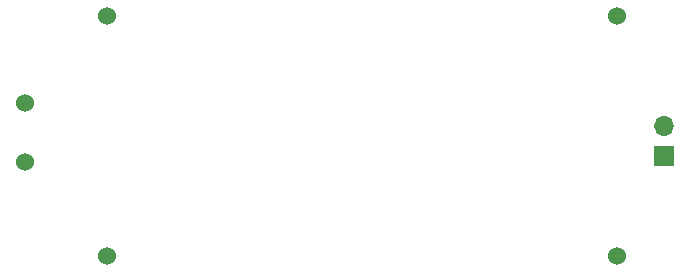
<source format=gbr>
G04 #@! TF.GenerationSoftware,KiCad,Pcbnew,(5.1.2)-2*
G04 #@! TF.CreationDate,2019-10-05T20:57:59-05:00*
G04 #@! TF.ProjectId,PowerBreakout,506f7765-7242-4726-9561-6b6f75742e6b,rev?*
G04 #@! TF.SameCoordinates,Original*
G04 #@! TF.FileFunction,Copper,L2,Bot*
G04 #@! TF.FilePolarity,Positive*
%FSLAX46Y46*%
G04 Gerber Fmt 4.6, Leading zero omitted, Abs format (unit mm)*
G04 Created by KiCad (PCBNEW (5.1.2)-2) date 2019-10-05 20:57:59*
%MOMM*%
%LPD*%
G04 APERTURE LIST*
%ADD10C,1.524000*%
%ADD11R,1.700000X1.700000*%
%ADD12O,1.700000X1.700000*%
G04 APERTURE END LIST*
D10*
X119126000Y-74676000D03*
X119126000Y-69676000D03*
D11*
X173228000Y-74168000D03*
D12*
X173228000Y-71628000D03*
D10*
X126044001Y-62290001D03*
X126044001Y-82610001D03*
X169224001Y-62290001D03*
X169224001Y-82610001D03*
M02*

</source>
